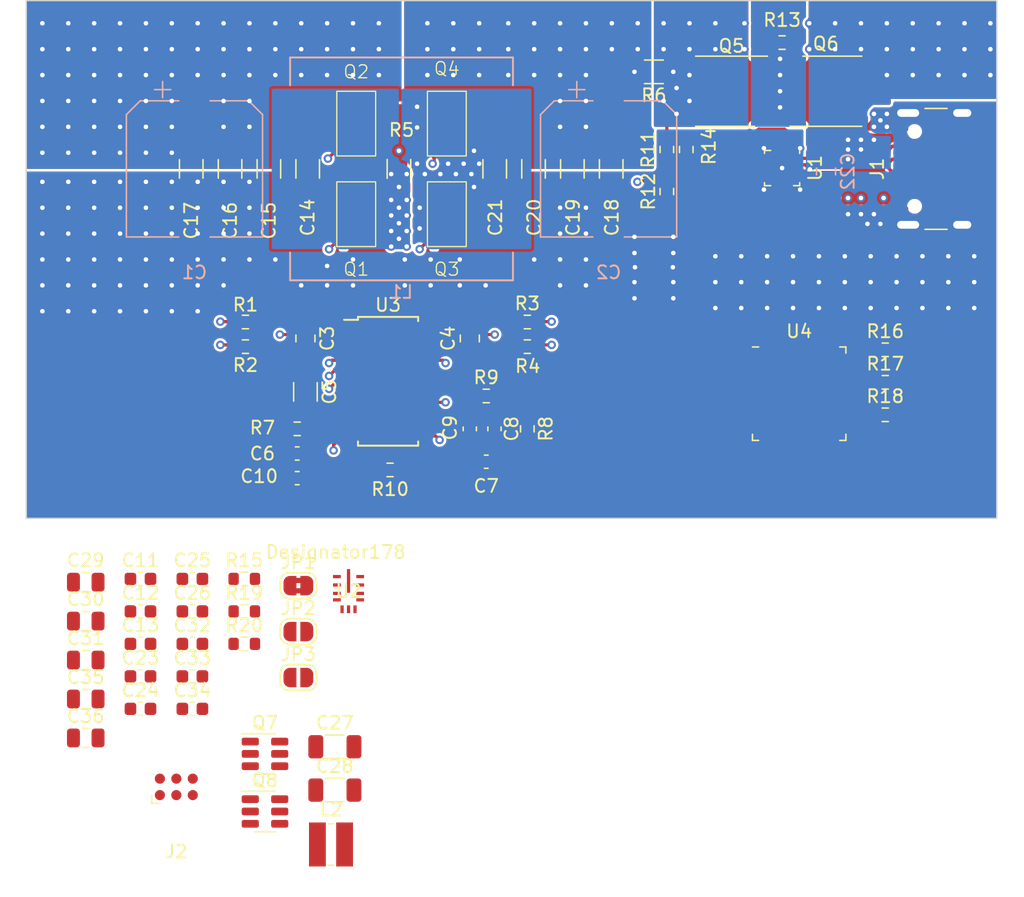
<source format=kicad_pcb>
(kicad_pcb (version 20221018) (generator pcbnew)
  (layers (0 "F.Cu" signal) (1 "In1.Cu" signal) (2 "In2.Cu" signal) (31 "B.Cu" signal) (34 "B.Paste" user) (35 "F.Paste" user) (36 "B.SilkS" user "B.Silkscreen") (37 "F.SilkS" user "F.Silkscreen") (38 "B.Mask" user) (39 "F.Mask" user) (44 "Edge.Cuts" user))
  (net 0 "")
  (net 1 "Net-(U3-BST1)")
  (net 2 "SW1")
  (net 3 "SW2")
  (net 4 "Net-(U3-BST2)")
  (net 5 "VDD")
  (net 6 "GND")
  (net 7 "/VREF")
  (net 8 "/SS")
  (net 9 "Net-(C8-Pad1)")
  (net 10 "/VC")
  (net 11 "/VCTRLI")
  (net 12 "/~{RST}")
  (net 13 "+3V3")
  (net 14 "Net-(U2-VCC)")
  (net 17 "LS")
  (net 18 "/G1")
  (net 19 "VS")
  (net 20 "/G2")
  (net 21 "/G3")
  (net 22 "IS")
  (net 23 "/G4")
  (net 24 "VD")
  (net 25 "Net-(Q5-G)")
  (net 26 "Net-(U3-BG1)")
  (net 27 "Net-(U3-TG1)")
  (net 28 "Net-(U3-BG2)")
  (net 29 "Net-(U3-TG2)")
  (net 30 "/EN")
  (net 31 "/RT")
  (net 32 "/~{PGOOD}")
  (net 33 "/FB")
  (net 34 "/CC1")
  (net 35 "/USB_DP")
  (net 36 "/USB_DM")
  (net 37 "/CC2")
  (net 38 "Net-(R14-Pad2)")
  (net 39 "Net-(R17-Pad2)")
  (net 40 "Net-(JP1-A)")
  (net 41 "/INT_N")
  (net 42 "/SCL")
  (net 43 "/SDA")
  (net 44 "Net-(U2-BST)")
  (net 50 "Net-(U2-SW)")
  (net 51 "/VIN_SENSE")
  (net 52 "/VOUT_SENSE")
  (net 53 "/VCTRLV")
  (net 54 "/VADJ_AMP")
  (net 55 "Net-(U2-FB)")
  (net 56 "/VADJ")
  (net 58 "/SWDIO")
  (net 59 "/ISAMP")
  (net 60 "/SWCLK")
  (net 63 "/~{RUN}")
  (net 73 "/OUTDIS")
  (net 74 "/LOADEN")
  (net 80 "Net-(JP3-B)")
  (net 82 "/ISMON")
  (net 83 "/SYNC")
  (net 85 "/COM_S")
  (net 86 "/VBUS")
  (net 87 "Net-(JP2-B)")
  (footprint "Capacitor_SMD:C_0603_1608Metric" (layer "F.Cu") (at 24.84 61.7)
    (fp_text reference "C32")
    (fp_text value "1u")
  )
  (footprint "Package_SO:TSSOP-28-1EP_4.4x9.7mm_P0.65mm" (layer "F.Cu") (at 39.96 41.41125)
    (fp_text reference "U3")
    (fp_text value "LT8390xFE")
  )
  (footprint "Capacitor_SMD:C_0805_2012Metric" (layer "F.Cu") (at 46.275 38.1 90)
    (fp_text reference "C4")
    (fp_text value "C")
  )
  (footprint "Resistor_SMD:R_0603_1608Metric" (layer "F.Cu") (at 28.85 61.7)
    (fp_text reference "R20")
    (fp_text value "43.2k")
  )
  (footprint "Jumper:SolderJumper-2_P1.3mm_Open_RoundedPad1.0x1.5mm" (layer "F.Cu") (at 33.03 60.75)
    (fp_text reference "JP2")
    (fp_text value "SolderJumper_2_Open")
  )
  (footprint "Resistor_SMD:R_0603_1608Metric" (layer "F.Cu") (at 28.94 36.83 180)
    (fp_text reference "R1")
    (fp_text value "R")
  )
  (footprint "Library:RNX0012B" (layer "F.Cu") (at 36.905 57.626002)
    (fp_text reference "U2")
    (fp_text value "LMR36006BRNXT")
  )
  (footprint "Resistor_SMD:R_0603_1608Metric" (layer "F.Cu") (at 61.5 23.5 90)
    (fp_text reference "R11")
    (fp_text value "Rdiv1")
  )
  (footprint "Capacitor_SMD:C_1206_3216Metric" (layer "F.Cu") (at 57.2 25 -90)
    (fp_text reference "C18")
    (fp_text value "Cout")
  )
  (footprint "Package_DFN_QFN:WQFN-14-1EP_2.5x2.5mm_P0.5mm_EP1.45x1.45mm" (layer "F.Cu") (at 70.405 24.935 -90)
    (fp_text reference "U1")
    (fp_text value "FUSB302B01MPX")
  )
  (footprint "Capacitor_SMD:C_1206_3216Metric" (layer "F.Cu") (at 48.2 25 -90)
    (fp_text reference "C21")
    (fp_text value "Cout")
  )
  (footprint "Resistor_SMD:R_0603_1608Metric" (layer "F.Cu") (at 50.72 36.83)
    (fp_text reference "R3")
    (fp_text value "R")
  )
  (footprint "Capacitor_SMD:C_1206_3216Metric" (layer "F.Cu") (at 33.75 25 -90)
    (fp_text reference "C14")
    (fp_text value "Cin")
  )
  (footprint "Capacitor_SMD:C_1206_3216Metric" (layer "F.Cu") (at 27.75 25 -90)
    (fp_text reference "C16")
    (fp_text value "Cin")
  )
  (footprint "Library:ECP2302" (layer "F.Cu") (at 37.5 28.5 90)
    (fp_text reference "Q1")
    (fp_text value "NMOS")
  )
  (footprint "Resistor_SMD:R_0603_1608Metric" (layer "F.Cu") (at 70.405 15.24 180)
    (fp_text reference "R13")
    (fp_text value "51k")
  )
  (footprint "Capacitor_SMD:C_0603_1608Metric" (layer "F.Cu") (at 32.94 46.99 180)
    (fp_text reference "C6")
    (fp_text value "0.47u")
  )
  (footprint "Resistor_SMD:R_1206_3216Metric" (layer "F.Cu") (at 40.8 25 -90)
    (fp_text reference "R5")
    (fp_text value "5m")
  )
  (footprint "Resistor_SMD:R_0603_1608Metric" (layer "F.Cu") (at 28.94 38.735 180)
    (fp_text reference "R2")
    (fp_text value "R")
  )
  (footprint "Resistor_SMD:R_0603_1608Metric" (layer "F.Cu") (at 63 23.5 90)
    (fp_text reference "R14")
    (fp_text value "R")
  )
  (footprint "Resistor_SMD:R_0603_1608Metric" (layer "F.Cu") (at 28.85 59.19)
    (fp_text reference "R19")
    (fp_text value "100k")
  )
  (footprint "Package_DFN_QFN:QFN-48-1EP_7x7mm_P0.5mm_EP5.6x5.6mm" (layer "F.Cu") (at 71.725 42.37)
    (fp_text reference "U4")
    (fp_text value "STM32G431C6Ux")
  )
  (footprint "Capacitor_SMD:C_0603_1608Metric" (layer "F.Cu") (at 47.545 47.625)
    (fp_text reference "C7")
    (fp_text value "0.1u")
  )
  (footprint "Connector_USB:USB_C_Receptacle_GCT_USB4105-xx-A_16P_TopMnt_Horizontal" (layer "F.Cu") (at 83.25 25 90)
    (fp_text reference "J1")
    (fp_text value "USB_C_Receptacle_USB2.0")
  )
  (footprint "Capacitor_SMD:C_1206_3216Metric" (layer "F.Cu") (at 51.2 25 -90)
    (fp_text reference "C20")
    (fp_text value "Cout")
  )
  (footprint "Capacitor_SMD:C_0603_1608Metric" (layer "F.Cu") (at 48.18 45.085 -90)
    (fp_text reference "C8")
    (fp_text value "4.7n")
  )
  (footprint "Capacitor_SMD:C_0603_1608Metric" (layer "F.Cu") (at 24.84 59.19)
    (fp_text reference "C26")
    (fp_text value "100n")
  )
  (footprint "Capacitor_SMD:C_0603_1608Metric" (layer "F.Cu") (at 24.84 66.72)
    (fp_text reference "C34")
    (fp_text value "FF")
  )
  (footprint "Resistor_SMD:R_0603_1608Metric" (layer "F.Cu") (at 78.375 41.49)
    (fp_text reference "R17")
    (fp_text value "R")
  )
  (footprint "Capacitor_SMD:C_0603_1608Metric" (layer "F.Cu") (at 20.83 59.19)
    (fp_text reference "C12")
    (fp_text value "0.1u")
  )
  (footprint "Resistor_SMD:R_0603_1608Metric" (layer "F.Cu") (at 28.85 56.68)
    (fp_text reference "R15")
    (fp_text value "R")
  )
  (footprint "Package_TO_SOT_SMD:SOT-23-6" (layer "F.Cu") (at 30.45 74.65)
    (fp_text reference "Q8")
    (fp_text value "Q_Dual_NMOS_S1G1D2S2G2D1")
  )
  (footprint "Capacitor_SMD:C_0603_1608Metric" (layer "F.Cu") (at 20.83 61.7)
    (fp_text reference "C13")
    (fp_text value "0.1u")
  )
  (footprint "Library:ECP2302" (layer "F.Cu") (at 37.5 21.5 90)
    (fp_text reference "Q2")
    (fp_text value "NMOS")
  )
  (footprint "Resistor_SMD:R_0603_1608Metric" (layer "F.Cu") (at 78.375 38.98)
    (fp_text reference "R16")
    (fp_text value "R")
  )
  (footprint "Resistor_SMD:R_0603_1608Metric" (layer "F.Cu") (at 50.72 38.735)
    (fp_text reference "R4")
    (fp_text value "R")
  )
  (footprint "Capacitor_SMD:C_1206_3216Metric" (layer "F.Cu") (at 54.2 25 -90)
    (fp_text reference "C19")
    (fp_text value "Cout")
  )
  (footprint "Library:ECP2302" (layer "F.Cu") (at 44.5 28.5 90)
    (fp_text reference "Q3")
    (fp_text value "NMOS")
  )
  (footprint "Capacitor_SMD:C_0805_2012Metric" (layer "F.Cu") (at 16.6 65.96)
    (fp_text reference "C35")
    (fp_text value "0.47u")
  )
  (footprint "Capacitor_SMD:C_0603_1608Metric" (layer "F.Cu") (at 20.83 56.68)
    (fp_text reference "C11")
    (fp_text value "100n")
  )
  (footprint "Capacitor_SMD:C_0603_1608Metric" (layer "F.Cu") (at 32.94 48.895 180)
    (fp_text reference "C10")
    (fp_text value "4.7u")
  )
  (footprint "Resistor_SMD:R_0603_1608Metric" (layer "F.Cu") (at 61.5 26.75 90)
    (fp_text reference "R12")
    (fp_text value "Rdiv2")
  )
  (footprint "Resistor_SMD:R_0603_1608Metric" (layer "F.Cu") (at 32.94 45.085)
    (fp_text reference "R7")
    (fp_text value "Rup")
  )
  (footprint "Capacitor_SMD:C_1206_3216Metric" (layer "F.Cu") (at 33.575 42.23 -90)
    (fp_text reference "C5")
    (fp_text value "10u")
  )
  (footprint "Capacitor_SMD:C_0603_1608Metric" (layer "F.Cu") (at 24.84 56.68)
    (fp_text reference "C25")
    (fp_text value "0.47u")
  )
  (footprint "Capacitor_SMD:C_0805_2012Metric" (layer "F.Cu") (at 16.6 59.94)
    (fp_text reference "C30")
    (fp_text value "0.47u")
  )
  (footprint "Capacitor_SMD:C_1206_3216Metric" (layer "F.Cu") (at 35.85 69.65)
    (fp_text reference "C27")
    (fp_text value "Cout")
  )
  (footprint "Capacitor_SMD:C_0805_2012Metric" (layer "F.Cu") (at 33.575 38.1 -90)
    (fp_text reference "C3")
    (fp_text value "C")
  )
  (footprint "Resistor_SMD:R_0603_1608Metric" (layer "F.Cu") (at 40.115 48.26)
    (fp_text reference "R10")
    (fp_text value "Rup")
  )
  (footprint "Connector:Tag-Connect_TC2030-IDC-FP_2x03_P1.27mm_Vertical" (layer "F.Cu") (at 23.6 72.75)
    (fp_text reference "J2")
    (fp_text value "Conn_ARM_SWD_TagConnect_TC2030")
  )
  (footprint "Capacitor_SMD:C_0603_1608Metric" (layer "F.Cu") (at 46.275 45.085 -90)
    (fp_text reference "C9")
    (fp_text value "100p")
  )
  (footprint "Capacitor_SMD:C_0603_1608Metric" (layer "F.Cu") (at 24.84 64.21)
    (fp_text reference "C33")
    (fp_text value "100n")
  )
  (footprint "Capacitor_SMD:C_0805_2012Metric" (layer "F.Cu") (at 16.6 68.97)
    (fp_text reference "C36")
    (fp_text value "0.47u")
  )
  (footprint "Package_DFN_QFN:AO_DFN-8-1EP_5.55x5.2mm_P1.27mm_EP4.12x4.6mm" (layer "F.Cu") (at 73.785 19)
    (fp_text reference "Q6")
    (fp_text value "NTMFS002P03")
  )
  (footprint "Capacitor_SMD:C_0603_1608Metric" (layer "F.Cu") (at 20.83 66.72)
    (fp_text reference "C24")
    (fp_text value "0.1u")
  )
  (footprint "Capacitor_SMD:C_1206_3216Metric" (layer "F.Cu") (at 35.85 73)
    (fp_text reference "C28")
    (fp_text value "Cout")
  )
  (footprint "Library:ECP2302" (layer "F.Cu") (at 44.5 21.5 90)
    (fp_text reference "Q4")
    (fp_text value "NMOS")
  )
  (footprint "Package_DFN_QFN:AO_DFN-8-1EP_5.55x5.2mm_P1.27mm_EP4.12x4.6mm" (layer "F.Cu") (at 66.5 19 180)
    (fp_text reference "Q5")
    (fp_text value "NTMFS002P03")
  )
  (footprint "Inductor_SMD:L_Wuerth_MAPI-3015" (layer "F.Cu") (at 35.55 77.2)
    (fp_text reference "L2")
    (fp_text value "33u")
  )
  (footprint "Capacitor_SMD:C_0805_2012Metric" (layer "F.Cu") (at 16.6 62.95)
    (fp_text reference "C31")
    (fp_text value "0.47u")
  )
  (footprint "Package_TO_SOT_SMD:SOT-23-6" (layer "F.Cu") (at 30.45 70.2)
    (fp_text reference "Q7")
    (fp_text value "Q_Dual_NMOS_S1G1D2S2G2D1")
  )
  (footprint "Capacitor_SMD:C_0805_2012Metric" (layer "F.Cu") (at 16.6 56.93)
    (fp_text reference "C29")
    (fp_text value "0.47u")
  )
  (footprint "Resistor_SMD:R_0603_1608Metric" (layer "F.Cu") (at 78.375 44)
    (fp_text reference "R18")
    (fp_text value "R")
  )
  (footprint "Jumper:SolderJumper-2_P1.3mm_Bridged2Bar_RoundedPad1.0x1.5mm" (layer "F.Cu") (at 33.03 57.2)
    (fp_text reference "JP1")
    (fp_text value "SolderJumper_2_Bridged")
  )
  (footprint "Capacitor_SMD:C_1206_3216Metric" (layer "F.Cu") (at 24.75 25 -90)
    (fp_text reference "C17")
    (fp_text value "Cin")
  )
  (footprint "Resistor_SMD:R_0603_1608Metric" (layer "F.Cu") (at 50.72 45.085 -90)
    (fp_text reference "R8")
    (fp_text value "51k")
  )
  (footprint "Resistor_SMD:R_0603_1608Metric" (layer "F.Cu") (at 47.545 42.545)
    (fp_text reference "R9")
    (fp_text value "27k")
  )
  (footprint "Jumper:SolderJumper-2_P1.3mm_Open_RoundedPad1.0x1.5mm" (layer "F.Cu") (at 33.03 64.3)
    (fp_text reference "JP3")
    (fp_text value "SolderJumper_2_Open")
  )
  (footprint "Capacitor_SMD:C_0603_1608Metric" (layer "F.Cu") (at 20.83 64.21)
    (fp_text reference "C23")
    (fp_text value "0.1u")
  )
  (footprint "Capacitor_SMD:C_1206_3216Metric" (layer "F.Cu") (at 30.75 25 -90)
    (fp_text reference "C15")
    (fp_text value "Cin")
  )
  (footprint "Resistor_SMD:R_1206_3216Metric" (layer "F.Cu") (at 60.5 17.5 180)
    (fp_text reference "R6")
    (fp_text value "20m")
  )
  (footprint "Capacitor_SMD:CP_Elec_10x7.9" (layer "B.Cu") (at 57 25 -90)
    (fp_text reference "C2")
    (fp_text value "Cout")
  )
  (footprint "Capacitor_SMD:CP_Elec_10x7.9" (layer "B.Cu") (at 25 25 -90)
    (fp_text reference "C1")
    (fp_text value "Cin")
  )
  (footprint "Capacitor_SMD:C_0805_2012Metric" (layer "B.Cu") (at 73.8 25.2 90)
    (fp_text reference "C22")
    (fp_text value "0.47u")
  )
  (footprint "Inductor_SMD:L_Vishay_IHLP-6767" (layer "B.Cu") (at 41 25)
    (fp_text reference "L1")
    (fp_text value "4.7u")
  )
  (gr_line (start 12 52) (end 87 52) (stroke (width 0.1)) (layer "Edge.Cuts"))
  (gr_line (start 87 12) (end 12 12) (stroke (width 0.1)) (layer "Edge.Cuts"))
  (gr_line (start 12 12) (end 12 52) (stroke (width 0.1)) (layer "Edge.Cuts"))
  (gr_line (start 87 52) (end 87 12) (stroke (width 0.1)) (layer "Edge.Cuts"))
  (segment (start 33.575 37.15) (end 34.26125 37.83625) (width 0.25) (layer "F.Cu") (net 1))
  (segment (start 34.26125 37.83625) (end 37.11 37.83625) (width 0.25) (layer "F.Cu") (net 1))
  (segment (start 34.13875 38.48625) (end 37.11 38.48625) (width 0.25) (layer "F.Cu") (net 2))
  (segment (start 35.61375 39.78625) (end 37.11 39.78625) (width 0.25) (layer "F.Cu") (net 2))
  (segment (start 33.575 39.05) (end 34.13875 38.48625) (width 0.25) (layer "F.Cu") (net 2))
  (segment (start 32.325 37.8) (end 33.575 39.05) (width 0.25) (layer "F.Cu") (net 2))
  (segment (start 31.6 37.8) (end 32.325 37.8) (width 0.25) (layer "F.Cu") (net 2))
  (segment (start 35.4 40) (end 35.61375 39.78625) (width 0.25) (layer "F.Cu") (net 2))
  (via (at 31.6 37.8) (size 0.65) (drill 0.35) (layers "F.Cu" "B.Cu") (net 2))
  (via (at 35.4 40) (size 0.65) (drill 0.35) (layers "F.Cu" "B.Cu") (net 2))
  (via (at 40.8 23.6) (size 0.65) (drill 0.35) (layers "F.Cu" "B.Cu") (net 2))
  (segment (start 48.2 37.8) (end 47.525 37.8) (width 0.25) (layer "F.Cu") (net 3))
  (segment (start 46.275 39.05) (end 45.71125 38.48625) (width 0.25) (layer "F.Cu") (net 3))
  (segment (start 45.71125 38.48625) (end 42.81 38.48625) (width 0.25) (layer "F.Cu") (net 3))
  (segment (start 47.525 37.8) (end 46.275 39.05) (width 0.25) (layer "F.Cu") (net 3))
  (via (at 45.2 25.4) (size 0.65) (drill 0.35) (layers "F.Cu" "B.Cu") (net 3))
  (via (at 44.6 24.6) (size 0.65) (drill 0.35) (layers "F.Cu" "B.Cu") (net 3))
  (via (at 46.4 25.4) (size 0.65) (drill 0.35) (layers "F.Cu" "B.Cu") (net 3))
  (via (at 42.8 25.4) (size 0.65) (drill 0.35) (layers "F.Cu" "B.Cu") (net 3))
  (via (at 44 25.4) (size 0.65) (drill 0.35) (layers "F.Cu" "B.Cu") (net 3))
  (via (at 42.4 28) (size 0.65) (drill 0.35) (layers "F.Cu" "B.Cu") (net 3))
  (via (at 48.2 37.8) (size 0.65) (drill 0.35) (layers "F.Cu" "B.Cu") (net 3))
  (via (at 45.8 24.6) (size 0.65) (drill 0.35) (layers "F.Cu" "B.Cu") (net 3))
  (via (at 46.6 23.6) (size 0.65) (drill 0.35) (layers "F.Cu" "B.Cu") (net 3))
  (via (at 42.2 24.6) (size 0.65) (drill 0.35) (layers "F.Cu" "B.Cu") (net 3))
  (via (at 42.2 21.8) (size 0.65) (drill 0.35) (layers "F.Cu" "B.Cu") (net 3))
  (via (at 42.4 29.6) (size 0.65) (drill 0.35) (layers "F.Cu" "B.Cu") (net 3))
  (via (at 47 24.6) (size 0.65) (drill 0.35) (layers "F.Cu" "B.Cu") (net 3))
  (via (at 46.6 26.4) (size 0.65) (drill 0.35) (layers "F.Cu" "B.Cu") (net 3))
  (via (at 42.2 20.2) (size 0.65) (drill 0.35) (layers "F.Cu" "B.Cu") (net 3))
  (segment (start 45.58875 37.83625) (end 42.81 37.83625) (width 0.25) (layer "F.Cu") (net 4))
  (segment (start 46.275 37.15) (end 45.58875 37.83625) (width 0.25) (layer "F.Cu") (net 4))
  (segment (start 36.05 41.95) (end 36.05 42.269239) (width 0.25) (layer "F.Cu") (net 5))
  (segment (start 34.75 42.269239) (end 34.75 41.55) (width 0.25) (layer "F.Cu") (net 5))
  (segment (start 35.669239 42.65) (end 35.130761 42.65) (width 0.25) (layer "F.Cu") (net 5))
  (segment (start 36.26375 41.73625) (end 36.05 41.95) (width 0.25) (layer "F.Cu") (net 5))
  (segment (start 34.48 41.28) (end 33.575 41.28) (width 0.25) (layer "F.Cu") (net 5))
  (segment (start 35.130761 42.65) (end 34.75 42.269239) (width 0.25) (layer "F.Cu") (net 5))
  (segment (start 32.85 41.28) (end 33.575 41.28) (width 0.25) (layer "F.Cu") (net 5))
  (segment (start 32.115 42.015) (end 32.85 41.28) (width 0.25) (layer "F.Cu") (net 5))
  (segment (start 32.115 45.085) (end 32.115 42.015) (width 0.25) (layer "F.Cu") (net 5))
  (segment (start 36.05 42.269239) (end 35.669239 42.65) (width 0.25) (layer "F.Cu") (net 5))
  (segment (start 34.75 41.55) (end 34.48 41.28) (width 0.25) (layer "F.Cu") (net 5))
  (segment (start 37.11 41.73625) (end 36.26375 41.73625) (width 0.25) (layer "F.Cu") (net 5))
  (via (at 21.25 28) (size 0.65) (drill 0.35) (layers "F.Cu" "B.Cu") (net 6))
  (via (at 19.25 30) (size 0.65) (drill 0.35) (layers "F.Cu" "B.Cu") (net 6))
  (via (at 29.25 28) (size 0.65) (drill 0.35) (layers "F.Cu" "B.Cu") (net 6))
  (via (at 67.25 33.75) (size 0.65) (drill 0.35) (layers "F.Cu" "B.Cu") (net 6))
  (via (at 59 31.5) (size 0.65) (drill 0.35) (layers "F.Cu" "B.Cu") (net 6))
  (via (at 55.25 28) (size 0.65) (drill 0.35) (layers "F.Cu" "B.Cu") (net 6))
  (via (at 23.25 34) (size 0.65) (drill 0.35) (layers "F.Cu" "B.Cu") (net 6))
  (via (at 83.25 31.75) (size 0.65) (drill 0.35) (layers "F.Cu" "B.Cu") (net 6))
  (via (at 79.25 35.75) (size 0.65) (drill 0.35) (layers "F.Cu" "B.Cu") (net 6))
  (via (at 15.25 34) (size 0.65) (drill 0.35) (layers "F.Cu" "B.Cu") (net 6))
  (via (at 53.25 34) (size 0.65) (drill 0.35) (layers "F.Cu" "B.Cu") (net 6))
  (via (at 55.25 34) (size 0.65) (drill 0.35) (layers "F.Cu" "B.Cu") (net 6))
  (via (at 79.25 31.75) (size 0.65) (drill 0.35) (layers "F.Cu" "B.Cu") (net 6))
  (via (at 19.25 28) (size 0.65) (drill 0.35) (layers "F.Cu" "B.Cu") (net 6))
  (via (at 59 35) (size 0.65) (drill 0.35) (layers "F.Cu" "B.Cu") (net 6))
  (via (at 17.25 36) (size 0.65) (drill 0.35) (layers "F.Cu" "B.Cu") (net 6))
  (via (at 13.25 36) (size 0.65) (drill 0.35) (layers "F.Cu" "B.Cu") (net 6))
  (via (at 17.25 28) (size 0.65) (drill 0.35) (layers "F.Cu" "B.Cu") (net 6))
  (via (at 53.25 30) (size 0.65) (drill 0.35) (layers "F.Cu" "B.Cu") (net 6))
  (via (at 27.25 30) (size 0.65) (drill 0.35) (layers "F.Cu" "B.Cu") (net 6))
  (via (at 43.25 32) (size 0.65) (drill 0.35) (layers "F.Cu" "B.Cu") (net 6))
  (via (at 23.25 32) (size 0.65) (drill 0.35) (layers "F.Cu" "B.Cu") (net 6))
  (via (at 15.25 30) (size 0.65) (drill 0.35) (layers "F.Cu" "B.Cu") (net 6))
  (via (at 69 26.6) (size 0.65) (drill 0.35) (layers "F.Cu" "B.Cu") (net 6))
  (via (at 55.25 32) (size 0.65) (drill 0.35) (layers "F.Cu" "B.Cu") (net 6))
  (via (at 73.25 31.75) (size 0.65) (drill 0.35) (layers "F.Cu" "B.Cu") (net 6))
  (via (at 73.25 35.75) (size 0.65) (drill 0.35) (layers "F.Cu" "B.Cu") (net 6))
  (via (at 37.25 34) (size 0.65) (drill 0.35) (layers "F.Cu" "B.Cu") (net 6))
  (via (at 27.25 26) (size 0.65) (drill 0.35) (layers "F.Cu" "B.Cu") (net 6))
  (via (at 23.25 28) (size 0.65) (drill 0.35) (layers "F.Cu" "B.Cu") (net 6))
  (via (at 77.5 21.75) (size 0.65) (drill 0.35) (layers "F.Cu" "B.Cu") (net 6))
  (via (at 13.25 30) (size 0.65) (drill 0.35) (layers "F.Cu" "B.Cu") (net 6))
  (via (at 29.25 30) (size 0.65) (drill 0.35) (layers "F.Cu" "B.Cu") (net 6))
  (via (at 27.25 34) (size 0.65) (drill 0.35) (layers "F.Cu" "B.Cu") (net 6))
  (via (at 85.25 33.75) (size 0.65) (drill 0.35) (layers "F.Cu" "B.Cu") (net 6))
  (via (at 81.25 35.75) (size 0.65) (drill 0.35) (layers "F.Cu" "B.Cu") (net 6))
  (via (at 19.25 32) (size 0.65) (drill 0.35) (layers "F.Cu" "B.Cu") (net 6))
  (via (at 43.25 34) (size 0.65) (drill 0.35) (layers "F.Cu" "B.Cu") (net 6))
  (via (at 15.25 28) (size 0.65) (drill 0.35) (layers "F.Cu" "B.Cu") (net 6))
  (via (at 85.25 35.75) (size 0.65) (drill 0.35) (layers "F.Cu" "B.Cu") (net 6))
  (via (at 31.25 32) (size 0.65) (drill 0.35) (layers "F.Cu" "B.Cu") (net 6))
  (via (at 59 30.25) (size 0.65) (drill 0.35) (layers "F.Cu" "B.Cu") (net 6))
  (via (at 71.25 31.75) (size 0.65) (drill 0.35) (layers "F.Cu" "B.Cu") (net 6))
  (via (at 25.25 34) (size 0.65) (drill 0.35) (layers "F.Cu" "B.Cu") (net 6))
  (via (at 62 31.5) (size 0.65) (drill 0.35) (layers "F.Cu" "B.Cu") (net 6))
  (via (at 21.25 34) (size 0.65) (drill 0.35) (layers "F.Cu" "B.Cu") (net 6))
  (via (at 65.25 35.75) (size 0.65) (drill 0.35) (layers "F.Cu" "B.Cu") (net 6))
  (via (at 21.25 32) (size 0.65) (drill 0.35) (layers "F.Cu" "B.Cu") (net 6))
  (via (at 77.25 33.75) (size 0.65) (drill 0.35) (layers "F.Cu" "B.Cu") (net 6))
  (via (at 55.25 30) (size 0.65) (drill 0.35) (layers "F.Cu" "B.Cu") (net 6))
  (via (at 27.25 28) (size 0.65) (drill 0.35) (layers "F.Cu" "B.Cu") (net 6))
  (via (at 77 29.25) (size 0.65) (drill 0.35) (layers "F.Cu" "B.Cu") (net 6))
  (via (at 25.25 32) (size 0.65) (drill 0.35) (layers "F.Cu" "B.Cu") (net 6))
  (via (at 47.5 34) (size 0.65) (drill 0.35) (layers "F.Cu" "B.Cu") (net 6))
  (via (at 23.25 36) (size 0.65) (drill 0.35) (layers "F.Cu" "B.Cu") (net 6))
  (via (at 77.25 35.75) (size 0.65) (drill 0.35) (layers "F.Cu" "B.Cu") (net 6))
  (via (at 75.5 28.5) (size 0.65) (drill 0.35) (layers "F.Cu" "B.Cu") (net 6))
  (via (at 33.25 34) (size 0.65) (drill 0.35) (layers "F.Cu" "B.Cu") (net 6))
  (via (at 85.25 31.75) (size 0.65) (drill 0.35) (layers "F.Cu" "B.Cu") (net 6))
  (via (at 19.25 36) (size 0.65) (drill 0.35) (layers "F.Cu" "B.Cu") (net 6))
  (via (at 71.8 23.4) (size 0.65) (drill 0.35) (layers "F.Cu" "B.Cu") (net 6))
  (via (at 35.25 32.5) (size 0.65) (drill 0.35) (layers "F.Cu" "B.Cu") (net 6))
  (via (at 53.25 32) (size 0.65) (drill 0.35) (layers "F.Cu" "B.Cu") (net 6))
  (via (at 23.25 26) (size 0.65) (drill 0.35) (layers "F.Cu" "B.Cu") (net 6))
  (via (at 83.25 35.75) (size 0.65) (drill 0.35) (layers "F.Cu" "B.Cu") (net 6))
  (via (at 19.25 34) (size 0.65) (drill 0.35) (layers "F.Cu" "B.Cu") (net 6))
  (via (at 37.25 32) (size 0.65) (drill 0.35) (layers "F.Cu" "B.Cu") (net 6))
  (via (at 78.5 21.75) (size 0.65) (drill 0.35) (layers "F.Cu" "B.Cu") (net 6))
  (via (at 25.25 26) (size 0.65) (drill 0.35) (layers "F.Cu" "B.Cu") (net 6))
  (via (at 77.25 31.75) (size 0.65) (drill 0.35) (layers "F.Cu" "B.Cu") (net 6))
  (via (at 21.25 26) (size 0.65) (drill 0.35) (layers "F.Cu" "B.Cu") (net 6))
  (via (at 62 33.75) (size 0.65) (drill 0.35) (layers "F.Cu" "B.Cu") (net 6))
  (via (at 71.25 35.75) (size 0.65) (drill 0.35) (layers "F.Cu" "B.Cu") (net 6))
  (via (at 77.5 20.75) (size 0.65) (drill 0.35) (layers "F.Cu" "B.Cu") (net 6))
  (via (at 27.25 32) (size 0.65) (drill 0.35) (layers "F.Cu" "B.Cu") (net 6))
  (via (at 17.25 26) (size 0.65) (drill 0.35) (layers "F.Cu" "B.Cu") (net 6))
  (via (at 17.25 32) (size 0.65) (drill 0.35) (layers "F.Cu" "B.Cu") (net 6))
  (via (at 13.25 28) (size 0.65) (drill 0.35) (layers "F.Cu" "B.Cu") (net 6))
  (via (at 81.25 31.75) (size 0.65) (drill 0.35) (layers "F.Cu" "B.Cu") (net 6))
  (via (at 51.25 32) (size 0.65) (drill 0.35) (layers "F.Cu" "B.Cu") (net 6))
  (via (at 83.25 33.75) (size 0.65) (drill 0.35) (layers "F.Cu" "B.Cu") (net 6))
  (via (at 23.25 30) (size 0.65) (drill 0.35) (layers "F.Cu" "B.Cu") (net 6))
  (via (at 15.25 32) (size 0.65) (drill 0.35) (layers "F.Cu" "B.Cu") (net 6))
  (via (at 75.25 33.75) (size 0.65) (drill 0.35) (layers "F.Cu" "B.Cu") (net 6))
  (via (at 69.25 31.75) (size 0.65) (drill 0.35) (layers "F.Cu" "B.Cu") (net 6))
  (via (at 62 35) (size 0.65) (drill 0.35) (layers "F.Cu" "B.Cu") (net 6))
  (via (at 67.25 35.75) (size 0.65) (drill 0.35) (layers "F.Cu" "B.Cu") (net 6))
  (via (at 15.25 36) (size 0.65) (drill 0.35) (layers "F.Cu" "B.Cu") (net 6))
  (via (at 29.25 32) (size 0.65) (drill 0.35) (layers "F.Cu" "B.Cu") (net 6))
  (via (at 79.25 33.75) (size 0.65) (drill 0.35) (layers "F.Cu" "B.Cu") (net 6))
  (via (at 71.8 26.6) (size 0.65) (drill 0.35) (layers "F.Cu" "B.Cu") (net 6))
  (via (at 65.25 33.75) (size 0.65) (drill 0.35) (layers "F.Cu" "B.Cu") (net 6))
  (via (at 71.25 33.75) (size 0.65) (drill 0.35) (layers "F.Cu" "B.Cu") (net 6))
  (via (at 67.25 31.75) (size 0.65) (drill 0.35) (layers "F.Cu" "B.Cu") (net 6))
  (via (at 69.25 35.75) (size 0.65) (drill 0.35) (layers "F.Cu" "B.Cu") (net 6))
  (via (at 78 29.25) (size 0.65) (drill 0.35) (layers "F.Cu" "B.Cu") (net 6))
  (via (at 65.25 31.75) (size 0.65) (drill 0.35) (layers "F.Cu" "B.Cu") (net 6))
  (via (at 69.25 33.75) (size 0.65) (drill 0.35) (layers "F.Cu" "B.Cu") (net 6))
  (via (at 21.25 30) (size 0.65) (drill 0.35) (layers "F.Cu" "B.Cu") (net 6))
  (via (at 15.25 26) (size 0.65) (drill 0.35) (layers "F.Cu" "B.Cu") (net 6))
  (via (at 21.25 36) (size 0.65) (drill 0.35) (layers "F.Cu" "B.Cu") (net 6))
  (via (at 25.25 30) (size 0.65) (drill 0.35) (layers "F.Cu" "B.Cu") (net 6))
  (via (at 81.25 33.75) (size 0.65) (drill 0.35) (layers "F.Cu" "B.Cu") (net 6))
  (via (at 75.25 35.75) (size 0.65) (drill 0.35) (layers "F.Cu" "B.Cu") (net 6))
  (via (at 29.25 26) (size 0.65) (drill 0.35) (layers "F.Cu" "B.Cu") (net 6))
  (via (at 59.0375 32.6) (size 0.65) (drill 0.35) (layers "F.Cu" "B.Cu") (net 6))
  (via (at 73.25 33.75) (size 0.65) (drill 0.35) (layers "F.Cu" "B.Cu") (net 6))
  (via (at 53.25 28) (size 0.65) (drill 0.35) (layers "F.Cu" "B.Cu") (net 6))
  (via (at 35.25 34) (size 0.65) (drill 0.35) (layers "F.Cu" "B.Cu") (net 6))
  (via (at 41.25 34) (size 0.65) (drill 0.35) (layers "F.Cu" "B.Cu") (net 6))
  (via (at 13.25 32) (size 0.65) (drill 0.35) (layers "F.Cu" "B.Cu") (net 6))
  (via (at 77.5 28.5) (size 0.65) (drill 0.35) (layers "F.Cu" "B.Cu") (net 6))
  (via (at 13.25 34) (size 0.65) (drill 0.35) (layers "F.Cu" "B.Cu") (net 6))
  (via (at 45.5 34) (size 0.65) (drill 0.35) (layers "F.Cu" "B.Cu") (net 6))
  (via (at 75.25 31.75) (size 0.65) (drill 0.35) (layers "F.Cu" "B.Cu") (net 6))
  (via (at 17.25 34) (size 0.65) (drill 0.35) (layers "F.Cu" "B.Cu") (net 6))
  (via (at 78 21.25) (size 0.65) (drill 0.35) (layers "F.Cu" "B.Cu") (net 6))
  (via (at 45.5 32) (size 0.65) (drill 0.35) (layers "F.Cu" "B.Cu") (net 6))
  (via (at 78.5 20.75) (size 0.65) (drill 0.35) (layers "F.Cu" "B.Cu") (net 6))
  (via (at 61.9625 32.6) (size 0.65) (drill 0.35) (layers "F.Cu" "B.Cu") (net 6))
  (via (at 41.25 32) (size 0.65) (drill 0.35) (layers "F.Cu" "B.Cu") (net 6))
  (via (at 70.405 24.935) (size 0.65) (drill 0.35) (layers "F.Cu" "B.Cu") (net 6))
  (via (at 19.25 26) (size 0.65) (drill 0.35) (layers "F.Cu" "B.Cu") (net 6))
  (via (at 62 30.25) (size 0.65) (drill 0.35) (layers "F.Cu" "B.Cu") (net 6))
  (via (at 25.25 28) (size 0.65) (drill 0.35) (layers "F.Cu" "B.Cu") (net 6))
  (via (at 13.25 26) (size 0.65) (drill 0.35) (layers "F.Cu" "B.Cu") (net 6))
  (via (at 59 33.75) (size 0.65) (drill 0.35) (layers "F.Cu" "B.Cu") (net 6))
  (via (at 76.5 28.5) (size 0.65) (drill 0.35) (layers "F.Cu" "B.Cu") (net 6))
  (via (at 17.25 30) (size 0.65) (drill 0.35) (layers "F.Cu" "B.Cu") (net 6))
  (via (at 25.25 36) (size 0.65) (drill 0.35) (layers "F.Cu" "B.Cu") (net 6))
  (segment (start 33.715 46.99) (end 32.94 47.765) (width 0.25) (layer "F.Cu") (net 7))
  (segment (start 32.94 49.372818) (end 33.367182 49.8) (width 0.25) (layer "F.Cu") (net 7))
  (segment (start 37.11 43.68625) (end 36.31375 43.68625) (width 0.25) (layer "F.Cu") (net 7))
  (segment (start 36.31375 43.68625) (end 35.8 44.2) (width 0.25) (layer "F.Cu") (net 7))
  (segment (start 37.75 49.8) (end 39.29 48.26) (width 0.25) (layer "F.Cu") (net 7))
  (segment (start 35.8 44.905) (end 33.715 46.99) (width 0.25) (layer "F.Cu") (net 7))
  (segment (start 33.367182 49.8) (end 37.75 49.8) (width 0.25) (layer "F.Cu") (net 7))
  (segment (start 32.94 47.765) (end 32.94 49.372818) (width 0.25) (layer "F.Cu") (net 7))
  (segment (start 35.8 44.4) (end 35.8 44.905) (width 0.25) (layer "F.Cu") (net 7))
  (segment (start 35.86375 44.33625) (end 35.8 44.4) (width 0.25) (layer "F.Cu") (net 7))
  (segment (start 37.11 44.33625) (end 35.86375 44.33625) (width 0.25) (layer "F.Cu") (net 7))
  (segment (start 35.8 44.2) (end 35.8 44.4) (width 0.25) (layer "F.Cu") (net 7))
  (segment (start 45.2 46.055) (end 46.77 47.625) (width 0.25) (layer "F.Cu") (net 8))
  (segment (start 42.81 43.68625) (end 44.48625 43.68625) (width 0.25) (layer "F.Cu") (net 8))
  (segment (start 45.2 44.4) (end 45.2 46.055) (width 0.25) (layer "F.Cu") (net 8))
  (segment (start 44.48625 43.68625) (end 45.2 44.4) (width 0.25) (layer "F.Cu") (net 8))
  (segment (start 48.37 44.12) (end 48.18 44.31) (width 0.25) (layer "F.Cu") (net 9))
  (segment (start 48.37 42.545) (end 48.37 44.12) (width 0.25) (layer "F.Cu") (net 9))
  (segment (start 46.72 43.865) (end 46.275 44.31) (width 0.25) (layer "F.Cu") (net 10))
  (segment (start 42.81 42.38625) (end 46.56125 42.38625) (width 0.25) (layer "F.Cu") (net 10))
  (segment (start 46.56125 42.38625) (end 46.72 42.545) (width 0.25) (layer "F.Cu") (net 10))
  (segment (start 46.72 42.545) (end 46.72 43.865) (width 0.25) (layer "F.Cu") (net 10))
  (segment (start 34.49 47.04663) (end 34.49 48.12) (width 0.25) (layer "F.Cu") (net 11))
  (segment (start 37.11 44.98625) (end 36.55038 44.98625) (width 0.25) (layer "F.Cu") (net 11))
  (segment (start 36.55038 44.98625) (end 34.49 47.04663) (width 0.25) (layer "F.Cu") (net 11))
  (segment (start 34.49 48.12) (end 33.715 48.895) (width 0.25) (layer "F.Cu") (net 11))
  (segment (start 69.2725 23.6725) (end 69 23.4) (width 0.25) (layer "F.Cu") (net 13))
  (segment (start 71.6675 25.185) (end 72.402317 25.185) (width 0.25) (layer "F.Cu") (net 13))
  (segment (start 69.1425 23.5425) (end 69 23.4) (width 0.25) (layer "F.Cu") (net 13))
  (segment (start 69.1425 24.185) (end 69.1425 23.5425) (width 0.25) (layer "F.Cu") (net 13))
  (segment (start 69.905 23.6725) (end 69.2725 23.6725) (width 0.25) (layer "F.Cu") (net 13))
  (segment (start 71.6675 24.685) (end 72.200471 24.685) (width 0.25) (layer "F.Cu") (net 13))
  (segment (start 72.402317 25.185) (end 72.551394 25.035923) (width 0.25) (layer "F.Cu") (net 13))
  (segment (start 72.200471 24.685) (end 72.551394 25.035923) (width 0.25) (layer "F.Cu") (net 13))
  (via (at 72.551394 25.035923) (size 0.65) (drill 0.35) (layers "F.Cu" "B.Cu") (net 13))
  (via (at 69 23.4) (size 0.65) (drill 0.35) (layers "F.Cu" "B.Cu") (net 13))
  (segment (start 35.4 41) (end 35.96375 40.43625) (width 0.25) (layer "F.Cu") (net 17))
  (segment (start 35.96375 40.43625) (end 37.11 40.43625) (width 0.25) (layer "F.Cu") (net 17))
  (via (at 41.4 25.4) (size 0.65) (drill 0.35) (layers "F.Cu" "B.Cu") (net 17))
  (via (at 40.2 28.6) (size 0.65) (drill 0.35) (layers "F.Cu" "B.Cu") (net 17))
  (via (at 41.4 31) (size 0.65) (drill 0.35) (layers "F.Cu" "B.Cu") (net 17))
  (via (at 40.8 26.4) (size 0.65) (drill 0.35) (layers "F.Cu" "B.Cu") (net 17))
  (via (at 40.2 27.4) (size 0.65) (drill 0.35) (layers "F.Cu" "B.Cu") (net 17))
  (via (at 40.8 30.4) (size 0.65) (drill 0.35) (layers "F.Cu" "B.Cu") (net 17))
  (via (at 41.4 28.6) (size 0.65) (drill 0.35) (layers "F.Cu" "B.Cu") (net 17))
  (via (at 40.2 25.4) (size 0.65) (drill 0.35) (layers "F.Cu" "B.Cu") (net 17))
  (via (at 40.8 29.2) (size 0.65) (drill 0.35) (layers "F.Cu" "B.Cu") (net 17))
  (via (at 40.8 28) (size 0.65) (drill 0.35) (layers "F.Cu" "B.Cu") (net 17))
  (via (at 40.2 31) (size 0.65) (drill 0.35) (layers "F.Cu" "B.Cu") (net 17))
  (via (at 41.4 29.8) (size 0.65) (drill 0.35) (layers "F.Cu" "B.Cu") (net 17))
  (via (at 40.2 29.8) (size 0.65) (drill 0.35) (layers "F.Cu" "B.Cu") (net 17))
  (via (at 35.4 41) (size 0.65) (drill 0.35) (layers "F.Cu" "B.Cu") (net 17))
  (via (at 41.4 27.4) (size 0.65) (drill 0.35) (layers "F.Cu" "B.Cu") (net 17))
  (segment (start 28.085 36.8) (end 28.115 36.83) (width 0.25) (layer "F.Cu") (net 18))
  (segment (start 27 36.8) (end 28.085 36.8) (width 0.25) (layer "F.Cu") (net 18))
  (segment (start 36.293 30.675) (end 35.925 30.675) (width 0.25) (layer "F.Cu") (net 18))
  (segment (start 35.925 30.675) (end 35.4 31.2) (width 0.25) (layer "F.Cu") (net 18))
  (via (at 35.4 31.2) (size 0.65) (drill 0.35) (layers "F.Cu" "B.Cu") (net 18))
  (via (at 27 36.8) (size 0.65) (drill 0.35) (layers "F.Cu" "B.Cu") (net 18))
  (segment (start 36.31375 41.08625) (end 35.4 42) (width 0.25) (layer "F.Cu") (net 19))
  (segment (start 37.11 41.08625) (end 36.31375 41.08625) (width 0.25) (layer "F.Cu") (net 19))
  (via (at 31.25 17.75) (size 0.65) (drill 0.35) (layers "F.Cu" "B.Cu") (net 19))
  (via (at 13.25 21.75) (size 0.65) (drill 0.35) (layers "F.Cu" "B.Cu") (net 19))
  (via (at 15.25 15.75) (size 0.65) (drill 0.35) (layers "F.Cu" "B.Cu") (net 19))
  (via (at 35.25 17.75) (size 0.65) (drill 0.35) (layers "F.Cu" "B.Cu") (net 19))
  (via (at 21.25 19.75) (size 0.65) (drill 0.35) (layers "F.Cu" "B.Cu") (net 19))
  (via (at 13.25 23.75) (size 0.65) (drill 0.35) (layers "F.Cu" "B.Cu") (net 19))
  (via (at 17.25 17.75) (size 0.65) (drill 0.35) (layers "F.Cu" "B.Cu") (net 19))
  (via (at 37.25 13.75) (size 0.65) (drill 0.35) (layers "F.Cu" "B.Cu") (net 19))
  (via (at 15.25 21.75) (size 0.65) (drill 0.35) (layers "F.Cu" "B.Cu") (net 19))
  (via (at 31.25 13.75) (size 0.65) (drill 0.35) (layers "F.Cu" "B.Cu") (net 19))
  (via (at 21.25 15.75) (size 0.65) (drill 0.35) (layers "F.Cu" "B.Cu") (net 19))
  (via (at 15.25 19.75) (size 0.65) (drill 0.35) (layers "F.Cu" "B.Cu") (net 19))
  (via (at 19.25 13.75) (size 0.65) (drill 0.35) (layers "F.Cu" "B.Cu") (net 19))
  (via (at 27.25 21.75) (size 0.65) (drill 0.35) (layers "F.Cu" "B.Cu") (net 19))
  (via (at 21.25 23.75) (size 0.65) (drill 0.35) (layers "F.Cu" "B.Cu") (net 19))
  (via (at 31.25 15.75) (size 0.65) (drill 0.35) (layers "F.Cu" "B.Cu") (net 19))
  (via (at 33.25 15.75) (size 0.65) (drill 0.35) (layers "F.Cu" "B.Cu") (net 19))
  (via (at 35.25 13.75) (size 0.65) (drill 0.35) (layers "F.Cu" "B.Cu") (net 19))
  (via (at 19.25 23.75) (size 0.65) (drill 0.35) (layers "F.Cu" "B.Cu") (net 19))
  (via (at 35.25 15.75) (size 0.65) (drill 0.35) (layers "F.Cu" "B.Cu") (net 19))
  (via (at 13.25 15.75) (size 0.65) (drill 0.35) (layers "F.Cu" "B.Cu") (net 19))
  (via (at 33.25 13.75) (size 0.65) (drill 0.35) (layers "F.Cu" "B.Cu") (net 19))
  (via (at 19.25 21.75) (size 0.65) (drill 0.35) (layers "F.Cu" "B.Cu") (net 19))
  (via (at 23.25 23.75) (size 0.65) (drill 0.35) (layers "F.Cu" "B.Cu") (net 19))
  (via (at 37.25 17.75) (size 0.65) (drill 0.35) (layers "F.Cu" "B.Cu") (net 19))
  (via (at 25.25 17.75) (size 0.65) (drill 0.35) (layers "F.Cu" "B.Cu") (net 19))
  (via (at 17.25 19.75) (size 0.65) (drill 0.35) (layers "F.Cu" "B.Cu") (net 19))
  (via (at 33.25 17.75) (size 0.65) (drill 0.35) (layers "F.Cu" "B.Cu") (net 19))
  (via (at 37.25 15.75) (size 0.65) (drill 0.35) (layers "F.Cu" "B.Cu") (net 19))
  (via (at 29.25 17.75) (size 0.65) (drill 0.35) (layers "F.Cu" "B.Cu") (net 19))
  (via (at 29.25 13.75) (size 0.65) (drill 0.35) (layers "F.Cu" "B.Cu") (net 19))
  (via (at 39.25 15.75) (size 0.65) (drill 0.35) (layers "F.Cu" "B.Cu") (net 19))
  (via (at 21.25 13.75) (size 0.65) (drill 0.35) (layers "F.Cu" "B.Cu") (net 19))
  (via (at 15.25 13.75) (size 0.65) (drill 0.35) (layers "F.Cu" "B.Cu") (net 19))
  (via (at 17.25 23.75) (size 0.65) (drill 0.35) (layers "F.Cu" "B.Cu") (net 19))
  (via (at 13.25 17.75) (size 0.65) (drill 0.35) (layers "F.Cu" "B.Cu") (net 19))
  (via (at 25.25 15.75) (size 0.65) (drill 0.35) (layers "F.Cu" "B.Cu") (net 19))
  (via (at 19.25 17.75) (size 0.65) (drill 0.35) (layers "F.Cu" "B.Cu") (net 19))
  (via (at 39.25 17.75) (size 0.65) (drill 0.35) (layers "F.Cu" "B.Cu") (net 19))
  (via (at 27.25 17.75) (size 0.65) (drill 0.35) (layers "F.Cu" "B.Cu") (net 19))
  (via (at 29.25 21.75) (size 0.65) (drill 0.35) (layers "F.Cu" "B.Cu") (net 19))
  (via (at 27.25 13.75) (size 0.65) (drill 0.35) (layers "F.Cu" "B.Cu") (net 19))
  (via (at 17.25 21.75) (size 0.65) (drill 0.35) (layers "F.Cu" "B.Cu") (net 19))
  (via (at 27.25 19.75) (size 0.65) (drill 0.35) (layers "F.Cu" "B.Cu") (net 19))
  (via (at 23.25 21.75) (size 0.65) (drill 0.35) (layers "F.Cu" "B.Cu") (net 19))
  (via (at 21.25 21.75) (size 0.65) (drill 0.35) (layers "F.Cu" "B.Cu") (net 19))
  (via (at 29.25 19.75) (size 0.65) (drill 0.35) (layers "F.Cu" "B.Cu") (net 19))
  (via (at 25.25 13.75) (size 0.65) (drill 0.35) (layers "F.Cu" "B.Cu") (net 19))
  (via (at 17.25 15.75) (size 0.65) (drill 0.35) (layers "F.Cu" "B.Cu") (net 19))
  (via (at 17.25 13.75) (size 0.65) (drill 0.35) (layers "F.Cu" "B.Cu") (net 19))
  (via (at 15.25 17.75) (size 0.65) (drill 0.35) (layers "F.Cu" "B.Cu") (net 19))
  (via (at 27.25 15.75) (size 0.65) (drill 0.35) (layers "F.Cu" "B.Cu") (net 19))
  (via (at 29.25 15.75) (size 0.65) (drill 0.35) (layers "F.Cu" "B.Cu") (net 19))
  (via (at 19.25 19.75) (size 0.65) (drill 0.35) (layers "F.Cu" "B.Cu") (net 19))
  (via (at 15.25 23.75) (size 0.65) (drill 0.35) (layers "F.Cu" "B.Cu") (net 19))
  (via (at 23.25 17.75) (size 0.65) (drill 0.35) (layers "F.Cu" "B.Cu") (net 19))
  (via (at 23.25 13.75) (size 0.65) (drill 0.35) (layers "F.Cu" "B.Cu") (net 19))
  (via (at 23.25 19.75) (size 0.65) (drill 0.35) (layers "F.Cu" "B.Cu") (net 19))
  (via (at 23.25 15.75) (size 0.65) (drill 0.35) (layers "F.Cu" "B.Cu") (net 19))
  (via (at 13.25 19.75) (size 0.65) (drill 0.35) (layers "F.Cu" "B.Cu") (net 19))
  (via (at 19.25 15.75) (size 0.65) (drill 0.35) (layers "F.Cu" "B.Cu") (net 19))
  (via (at 13.25 13.75) (size 0.65) (drill 0.35) (layers "F.Cu" "B.Cu") (net 19))
  (via (at 35.4 42) (size 0.65) (drill 0.35) (layers "F.Cu" "B.Cu") (net 19))
  (via (at 39.25 13.75) (size 0.65) (drill 0.35) (layers "F.Cu" "B.Cu") (net 19))
  (via (at 21.25 17.75) (size 0.65) (drill 0.35) (layers "F.Cu" "B.Cu") (net 19))
  (segment (start 35.8395 23.675) (end 35.3145 24.2) (width 0.25) (layer "F.Cu") (net 20))
  (segment (start 36.293 23.675) (end 35.8395 23.675) (width 0.25) (layer "F.Cu") (net 20))
  (segment (start 27.98 38.6) (end 28.115 38.735) (width 0.25) (layer "F.Cu") (net 20))
  (segment (start 27 38.6) (end 27.98 38.6) (width 0.25) (layer "F.Cu") (net 20))
  (via (at 27 38.6) (size 0.65) (drill 0.35) (layers "F.Cu" "B.Cu") (net 20))
  (via (at 35.3145 24.2) (size 0.65) (drill 0.35) (layers "F.Cu" "B.Cu") (net 20))
  (segment (start 51.575 36.8) (end 51.545 36.83) (width 0.25) (layer "F.Cu") (net 21))
  (segment (start 42.925 30.675) (end 42.4 31.2) (width 0.25) (layer "F.Cu") (net 21))
  (segment (start 52.6 36.8) (end 51.575 36.8) (width 0.25) (layer "F.Cu") (net 21))
  (segment (start 43.293 30.675) (end 42.925 30.675) (width 0.25) (layer "F.Cu") (net 21))
  (via (at 52.6 36.8) (size 0.65) (drill 0.35) (layers "F.Cu" "B.Cu") (net 21))
  (via (at 42.4 31.2) (size 0.65) (drill 0.35) (layers "F.Cu" "B.Cu") (net 21))
  (segment (start 35.75 46.75) (end 35.75 46.319788) (width 0.25) (layer "F.Cu") (net 22))
  (segment (start 35.75 46.319788) (end 36.433538 45.63625) (width 0.25) (layer "F.Cu") (net 22))
  (segment (start 36.433538 45.63625) (end 37.11 45.63625) (width 0.25) (layer "F.Cu") (net 22))
  (via (at 45 15.75) (size 0.65) (drill 0.35) (layers "F.Cu" "B.Cu") (net 22))
  (via (at 59.25 13.75) (size 0.65) (drill 0.35) (layers "F.Cu" "B.Cu") (net 22))
  (via (at 55.25 15.75) (size 0.65) (drill 0.35) (layers "F.Cu" "B.Cu") (net 22))
  (via (at 55.25 19.75) (size 0.65) (drill 0.35) (layers "F.Cu" "B.Cu") (net 22))
  (via (at 55.25 21.75) (size 0.65) (drill 0.35) (layers "F.Cu" "B.Cu") (net 22))
  (via (at 49.25 17.75) (size 0.65) (drill 0.35) (layers "F.Cu" "B.Cu") (net 22))
  (via (at 43 17.75) (size 0.65) (drill 0.35) (layers "F.Cu" "B.Cu") (net 22))
  (via (at 51.25 15.75) (size 0.65) (drill 0.35) (layers "F.Cu" "B.Cu") (net 22))
  (via (at 57.25 15.75) (size 0.65) (drill 0.35) (layers "F.Cu" "B.Cu") (net 22))
  (via (at 57.25 13.75) (size 0.65) (drill 0.35) (layers "F.Cu" "B.Cu") (net 22))
  (via (at 43 15.75) (size 0.65) (drill 0.35) (layers "F.Cu" "B.Cu") (net 22))
  (via (at 55.25 17.75) (size 0.65) (drill 0.35) (layers "F.Cu" "B.Cu") (net 22))
  (via (at 59 17.5) (size 0.65) (drill 0.35) (layers "F.Cu" "B.Cu") (net 22))
  (via (at 51.25 13.75) (size 0.65) (drill 0.35) (layers "F.Cu" "B.Cu") (net 22))
  (via (at 35.75 46.75) (size 0.65) (drill 0.35) (layers "F.Cu" "B.Cu") (net 22))
  (via (at 43 13.75) (size 0.65) (drill 0.35) (layers "F.Cu" "B.Cu") (net 22))
  (via (at 45 13.75) (size 0.65) (drill 0.35) (layers "F.Cu" "B.Cu") (net 22))
  (via (at 45 17.75) (size 0.65) (drill 0.35) (layers "F.Cu" "B.Cu") (net 22))
  (via (at 47 13.75) (size 0.65) (drill 0.35) (layers "F.Cu" "B.Cu") (net 22))
  (via (at 53.25 15.75) (size 0.65) (drill 0.35) (layers "F.Cu" "B.Cu") (net 22))
  (via (at 49.25 13.75) (size 0.65) (drill 0.35) (layers "F.Cu" "B.Cu") (net 22))
  (via (at 53.25 21.75) (size 0.65) (drill 0.35) (layers "F.Cu" "B.Cu") (net 22))
  (via (at 59.25 15.75) (size 0.65) (drill 0.35) (layers "F.Cu" "B.Cu") (net 22))
  (via (at 51.25 17.75) (size 0.65) (drill 0.35) (layers "F.Cu" "B.Cu") (net 22))
  (via (at 53.25 17.75) (size 0.65) (drill 0.35) (layers "F.Cu" "B.Cu") (net 22))
  (via (at 53.25 19.75) (size 0.65) (drill 0.35) (layers "F.Cu" "B.Cu") (net 22))
  (via (at 47 15.75) (size 0.65) (drill 0.35) (layers "F.Cu" "B.Cu") (net 22))
  (via (at 47 17.75) (size 0.65) (drill 0.35) (layers "F.Cu" "B.Cu") (net 22))
  (via (at 53.25 13.75) (size 0.65) (drill 0.35) (layers "F.Cu" "B.Cu") (net 22))
  (via (at 49.25 15.75) (size 0.65) (drill 0.35) (layers "F.Cu" "B.Cu") (net 22))
  (via (at 55.25 13.75) (size 0.65) (drill 0.35) (layers "F.Cu" "B.Cu") (net 22))
  (segment (start 52.6 38.6) (end 51.68 38.6) (width 0.25) (layer "F.Cu") (net 23))
  (segment (start 51.68 38.6) (end 51.545 38.735) (width 0.25) (layer "F.Cu") (net 23))
  (segment (start 43.293 23.675) (end 43.525 23.907) (width 0.25) (layer "F.Cu") (net 23))
  (segment (start 43.525 24.475) (end 43.4 24.6) (width 0.25) (layer "F.Cu") (net 23))
  (segment (start 43.525 23.907) (end 43.525 24.475) (width 0.25) (layer "F.Cu") (net 23))
  (via (at 52.6 38.6) (size 0.65) (drill 0.35) (layers "F.Cu" "B.Cu") (net 23))
  (via (at 43.4 24.6) (size 0.65) (drill 0.35) (layers "F.Cu" "B.Cu") (net 23))
  (segment (start 61.5 21.5) (end 62.25 20.75) (width 0.25) (layer "F.Cu") (net 24))
  (segment (start 44.18625 39.78625) (end 44.4 40) (width 0.25) (layer "F.Cu") (net 24))
  (segment (start 42.81 39.78625) (end 44.18625 39.78625) (width 0.25) (layer "F.Cu") (net 24))
  (segment (start 61.5 22.925) (end 61.5 21.5) (width 0.25) (layer "F.Cu") (net 24))
  (segment (start 43.63625 45.63625) (end 42.81 45.63625) (width 0.25) (layer "F.Cu") (net 24))
  (segment (start 43.940734 45.940734) (end 43.63625 45.63625) (width 0.25) (layer "F.Cu") (net 24))
  (via (at 43.940734 45.940734) (size 0.65) (drill 0.35) (layers "F.Cu" "B.Cu") (net 24))
  (via (at 61.25 19.75) (size 0.65) (drill 0.35) (layers "F.Cu" "B.Cu") (net 24))
  (via (at 62 17.5) (size 0.65) (drill 0.35) (layers "F.Cu" "B.Cu") (net 24))
  (via (at 63.25 15.75) (size 0.65) (drill 0.35) (layers "F.Cu" "B.Cu") (net 24))
  (via (at 67.5 13.75) (size 0.65) (drill 0.35) (layers "F.Cu" "B.Cu") (net 24))
  (via (at 62.25 20.75) (size 0.65) (drill 0.35) (layers "F.Cu" "B.Cu") (net 24))
  (via (at 63.25 19.75) (size 0.65) (drill 0.35) (layers "F.Cu" "B.Cu") (net 24))
  (via (at 61.25 15.75) (size 0.65) (drill 0.35) (layers "F.Cu" "B.Cu") (net 24))
  (via (at 67.5 15.75) (size 0.65) (drill 0.35) (layers "F.Cu" "B.Cu") (net 24))
  (via (at 61.25 13.75) (size 0.65) (drill 0.35) (layers "F.Cu" "B.Cu") (net 24))
  (via (at 63.25 17.75) (size 0.65) (drill 0.35) (layers "F.Cu" "B.Cu") (net 24))
  (via (at 44.4 40) (size 0.65) (drill 0.35) (layers "F.Cu" "B.Cu") (net 24))
  (via (at 65.25 15.75) (size 0.65) (drill 0.35) (layers "F.Cu" "B.Cu") (net 24))
  (via (at 65.25 13.75) (size 0.65) (drill 0.35) (layers "F.Cu" "B.Cu") (net 24))
  (via (at 63.25 13.75) (size 0.65) (drill 0.35) (layers "F.Cu" "B.Cu") (net 24))
  (via (at 62.25 18.75) (size 0.65) (drill 0.35) (layers "F.Cu" "B.Cu") (net 24))
  (segment (start 68.6 17.745) (end 69.25 17.095) (width 0.25) (layer "F.Cu") (net 25))
  (segment (start 68.6 21.25) (end 68.6 21.347603) (width 0.25) (layer "F.Cu") (net 25))
  (segment (start 70.46 21.48) (end 68.73 21.48) (width 0.25) (layer "F.Cu") (net 25))
  (segment (start 68.6 21.25) (end 68.6 17.745) (width 0.25) (layer "F.Cu") (net 25))
  (segment (start 69.25 17.095) (end 69.25 15.57) (width 0.25) (layer "F.Cu") (net 25))
  (segment (start 69.25 15.57) (end 69.58 15.24) (width 0.25) (layer "F.Cu") (net 25))
  (segment (start 68.6 21.35) (end 68.6 21.25) (width 0.25) (layer "F.Cu") (net 25))
  (segment (start 68.73 21.48) (end 68.6 21.35) (width 0.25) (layer "F.Cu") (net 25))
  (segment (start 71.035 20.905) (end 70.46 21.48) (width 0.25) (layer "F.Cu") (net 25))
  (segment (start 35.38625 37.18625) (end 37.11 37.18625) (width 0.25) (layer "F.Cu") (net 26))
  (segment (start 32.861826 36.325) (end 34.525 36.325) (width 0.25) (layer "F.Cu") (net 26))
  (segment (start 32.525 36.661826) (end 32.861826 36.325) (width 0.25) (layer "F.Cu") (net 26))
  (segment (start 32.525 36.675) (end 32.525 36.661826) (width 0.25) (layer "F.Cu") (net 26))
  (segment (start 29.765 36.83) (end 32.37 36.83) (width 0.25) (layer "F.Cu") (net 26))
  (segment (start 32.37 36.83) (end 32.525 36.675) (width 0.25) (layer "F.Cu") (net 26))
  (segment (start 34.525 36.325) (end 35.38625 37.18625) (width 0.25) (layer "F.Cu") (net 26))
  (segment (start 34.325 39.875) (end 35.06375 39.13625) (width 0.25) (layer "F.Cu") (net 27))
  (segment (start 32.675 39.875) (end 34.325 39.875) (width 0.25) (layer "F.Cu") (net 27))
  (segment (start 31.535 38.735) (end 32.675 39.875) (width 0.25) (layer "F.Cu") (net 27))
  (segment (start 29.765 38.735) (end 31.535 38.735) (width 0.25) (layer "F.Cu") (net 27))
  (segment (start 35.06375 39.13625) (end 37.11 39.13625) (width 0.25) (layer "F.Cu") (net 27))
  (segment (start 47.63 36.83) (end 47.125 36.325) (width 0.25) (layer "F.Cu") (net 28))
  (segment (start 45.475 36.325) (end 44.6 37.2) (width 0.25) (layer "F.Cu") (net 28))
  (segment (start 42.82375 37.2) (end 42.81 37.18625) (width 0.25) (layer "F.Cu") (net 28))
  (segment (start 49.895 36.83) (end 47.63 36.83) (width 0.25) (layer "F.Cu") (net 28))
  (segment (start 44.6 37.2) (end 42.82375 37.2) (width 0.25) (layer "F.Cu") (net 28))
  (segment (start 47.125 36.325) (end 45.475 36.325) (width 0.25) (layer "F.Cu") (net 28))
  (segment (start 47.125 39.875) (end 45.475 39.875) (width 0.25) (layer "F.Cu") (net 29))
  (segment (start 49.895 38.735) (end 48.265 38.735) (width 0.25) (layer "F.Cu") (net 29))
  (segment (start 44.73625 39.13625) (end 42.81 39.13625) (width 0.25) (layer "F.Cu") (net 29))
  (segment (start 48.265 38.735) (end 47.125 39.875) (width 0.25) (layer "F.Cu") (net 29))
  (segment (start 45.475 39.875) (end 44.73625 39.13625) (width 0.25) (layer "F.Cu") (net 29))
  (segment (start 37.11 42.38625) (end 36.427 42.38625) (width 0.25) (layer "F.Cu") (net 30))
  (segment (start 35.823 43.027) (end 33.765 45.085) (width 0.25) (layer "F.Cu") (net 30))
  (segment (start 35.825397 43.027) (end 35.823 43.027) (width 0.25) (layer "F.Cu") (net 30))
  (segment (start 36.427 42.38625) (end 36.427 42.425397) (width 0.25) (layer "F.Cu") (net 30))
  (segment (start 36.427 42.425397) (end 35.825397 43.027) (width 0.25) (layer "F.Cu") (net 30))
  (segment (start 48.778712 41.73625) (end 50.72 43.677538) (width 0.25) (layer "F.Cu") (net 31))
  (segment (start 50.72 43.677538) (end 50.72 44.26) (width 0.25) (layer "F.Cu") (net 31))
  (segment (start 42.81 41.73625) (end 48.778712 41.73625) (width 0.25) (layer "F.Cu") (net 31))
  (segment (start 44.8 44.8) (end 44.8 46) (width 0.25) (layer "F.Cu") (net 32))
  (segment (start 42.81 44.33625) (end 44.33625 44.33625) (width 0.25) (layer "F.Cu") (net 32))
  (segment (start 44.8 46) (end 42.54 48.26) (width 0.25) (layer "F.Cu") (net 32))
  (segment (start 42.54 48.26) (end 40.94 48.26) (width 0.25) (layer "F.Cu") (net 32))
  (segment (start 44.33625 44.33625) (end 44.8 44.8) (width 0.25) (layer "F.Cu") (net 32))
  (segment (start 44.4 43.03575) (end 44.3995 43.03625) (width 0.25) (layer "F.Cu") (net 33))
  (segment (start 44.3995 43.03625) (end 42.81 43.03625) (width 0.25) (layer "F.Cu") (net 33))
  (segment (start 61.5 25) (end 61.5 25.925) (width 0.25) (layer "F.Cu") (net 33))
  (segment (start 63 24.325) (end 61.5 24.325) (width 0.25) (layer "F.Cu") (net 33))
  (segment (start 61.5 25.925) (end 59.3005 25.925) (width 0.25) (layer "F.Cu") (net 33))
  (segment (start 61.5 24.325) (end 61.5 25) (width 0.25) (layer "F.Cu") (net 33))
  (segment (start 59.3005 25.925) (end 59.2255 26) (width 0.25) (layer "F.Cu") (net 33))
  (via (at 59.2255 26) (size 0.65) (drill 0.35) (layers "F.Cu" "B.Cu") (net 33))
  (via (at 44.4 43.03575) (size 0.65) (drill 0.35) (layers "F.Cu" "B.Cu") (net 33))
  (segment (start 72.915 25.685) (end 71.6675 25.685) (width 0.25) (layer "F.Cu") (net 34))
  (segment (start 71.6675 25.685) (end 71.3525 26) (width 0.25) (layer "F.Cu") (net 34))
  (segment (start 71.1025 26) (end 70.905 26.1975) (width 0.25) (layer "F.Cu") (net 34))
  (segment (start 77.277 25.277) (end 73.323 25.277) (width 0.25) (layer "F.Cu") (net 34))
  (segment (start 73.323 25.277) (end 72.915 25.685) (width 0.25) (layer "F.Cu") (net 34))
  (segment (start 71.3525 26) (end 71.1025 26) (width 0.25) (layer "F.Cu") (net 34))
  (segment (start 79.57 26.25) (end 78.25 26.25) (width 0.25) (layer "F.Cu") (net 34))
  (segment (start 78.25 26.25) (end 77.277 25.277) (width 0.25) (layer "F.Cu") (net 34))
  (segment (start 78.929314 25.25) (end 79.57 25.25) (width 0.25) (layer "F.Cu") (net 35))
  (segment (start 78.67 24.990686) (end 78.664314 24.985) (width 0.25) (layer "F.Cu") (net 35))
  (segment (start 78.67 24.509314) (end 78.67 24.990686) (width 0.25) (layer "F.Cu") (net 35))
  (segment (start 78.664314 24.985) (end 78.929314 25.25) (width 0.25) (layer "F.Cu") (net 35))
  (segment (start 79.57 24.25) (end 78.929314 24.25) (width 0.25) (layer "F.Cu") (net 35))
  (segment (start 78.929314 24.25) (end 78.67 24.509314) (width 0.25) (layer "F.Cu") (net 35))
  (segment (start 79.57 25.75) (end 80.210686 25.75) (width 0.25) (layer "F.Cu") (net 36))
  (segment (start 80.47 25.009314) (end 80.210686 24.75) (width 0.25) (layer "F.Cu") (net 36))
  (segment (start 80.210686 25.75) (end 80.47 25.490686) (width 0.25) (layer "F.Cu") (net 36))
  (segment (start 80.210686 24.75) (end 79.57 24.75) (width 0.25) (layer "F.Cu") (net 36))
  (segment (start 80.47 25.490686) (end 80.47 25.009314) (width 0.25) (layer "F.Cu") (net 36))
  (segment (start 71.6675 24.185) (end 71.3675 23.885) (width 0.25) (layer "F.Cu") (net 37))
  (segment (start 77.279314 24.9) (end 73.334004 24.9) (width 0.25) (layer "F.Cu") (net 37))
  (segment (start 79.57 23.25) (end 78.929314 23.25) (width 0.25) (layer "F.Cu") (net 37))
  (segment (start 71.3675 23.885) (end 71.1175 23.885) (width 0.25) (layer "F.Cu") (net 37))
  (segment (start 72.619004 24.185) (end 71.6675 24.185) (width 0.25) (layer "F.Cu") (net 37))
  (segment (start 71.1175 23.885) (end 70.905 23.6725) (width 0.25) (layer "F.Cu") (net 37))
  (segment (start 73.334004 24.9) (end 72.619004 24.185) (width 0.25) (layer "F.Cu") (net 37))
  (segment (start 78.929314 23.25) (end 77.279314 24.9) (width 0.25) (layer "F.Cu") (net 37))
  (segment (start 71.23 15.24) (end 71.23 16.9) (width 0.25) (layer "F.Cu") (net 85))
  (segment (start 71.23 16.9) (end 71.035 17.095) (width 0.25) (layer "F.Cu") (net 85))
  (via (at 70.25 19) (size 0.65) (drill 0.35) (layers "F.Cu" "B.Cu") (net 85))
  (via (at 70.25 17.75) (size 0.65) (drill 0.35) (layers "F.Cu" "B.Cu") (net 85))
  (via (at 70.25 16.5) (size 0.65) (drill 0.35) (layers "F.Cu" "B.Cu") (net 85))
  (via (at 70.25 20.25) (size 0.65) (drill 0.35) (layers "F.Cu" "B.Cu") (net 85))
  (via (at 77.5 22.75) (size 0.65) (drill 0.35) (layers "F.Cu" "B.Cu") (net 86))
  (via (at 78.5 17.75) (size 0.65) (drill 0.35) (layers "F.Cu" "B.Cu") (net 86))
  (via (at 82.5 13.75) (size 0.65) (drill 0.35) (layers "F.Cu" "B.Cu") (net 86))
  (via (at 72.5 13.75) (size 0.65) (drill 0.35) (layers "F.Cu" "B.Cu") (net 86))
  (via (at 82.5 17.75) (size 0.65) (drill 0.35) (layers "F.Cu" "B.Cu") (net 86))
  (via (at 80.5 17.75) (size 0.65) (drill 0.35) (layers "F.Cu" "B.Cu") (net 86))
  (via (at 75.5 23.5) (size 0.65) (drill 0.35) (layers "F.Cu" "B.Cu") (net 86))
  (via (at 78.25 27.25) (size 0.65) (drill 0.35) (layers "F.Cu" "B.Cu") (net 86))
  (via (at 78.5 15.75) (size 0.65) (drill 0.35) (layers "F.Cu" "B.Cu") (net 86))
  (via (at 76.5 13.75) (size 0.65) (drill 0.35) (layers "F.Cu" "B.Cu") (net 86))
  (via (at 80.5 15.75) (size 0.65) (drill 0.35) (layers "F.Cu" "B.Cu") (net 86))
  (via (at 75.5 24.25) (size 0.65) (drill 0.35) (layers "F.Cu" "B.Cu") (net 86))
  (via (at 76.5 22.75) (size 0.65) (drill 0.35) (layers "F.Cu" "B.Cu") (net 86))
  (via (at 76.5 23.5) (size 0.65) (drill 0.35) (layers "F.Cu" "B.Cu") (net 86))
  (via (at 74.5 15.75) (size 0.65) (drill 0.35) (layers "F.Cu" "B.Cu") (net 86))
  (via (at 84.5 15.75) (size 0.65) (drill 0.35) (layers "F.Cu" "B.Cu") (net 86))
  (via (at 76.5 15.75) (size 0.65) (drill 0.35) (layers "F.Cu" "B.Cu") (net 86))
  (via (at 84.5 13.75) (size 0.65) (drill 0.35) (layers "F.Cu" "B.Cu") (net 86))
  (via (at 76.5 27.25) (size 0.65) (drill 0.35) (layers "F.Cu" "B.Cu") (net 86))
  (via (at 86.5 15.75) (size 0.65) (drill 0.35) (layers "F.Cu" "B.Cu") (net 86))
  (via (at 86.5 17.75) (size 0.65) (drill 0.35) (layers "F.Cu" "B.Cu") (net 86))
  (via (at 84.5 17.75) (size 0.65) (drill 0.35) (layers "F.Cu" "B.Cu") (net 86))
  (via (at 82.5 15.75) (size 0.65) (drill 0.35) (layers "F.Cu" "B.Cu") (net 86))
  (via (at 80.5 13.75) (size 0.65) (drill 0.35) (layers "F.Cu" "B.Cu") (net 86))
  (via (at 86.5 13.75) (size 0.65) (drill 0.35) (layers "F.Cu" "B.Cu") (net 86))
  (via (at 74.5 13.75) (size 0.65) (drill 0.35) (layers "F.Cu" "B.Cu") (net 86))
  (via (at 75.5 22.75) (size 0.65) (drill 0.35) (layers "F.Cu" "B.Cu") (net 86))
  (via (at 75.5 27.25) (size 0.65) (drill 0.35) (layers "F.Cu" "B.Cu") (net 86))
  (via (at 72.5 15.75) (size 0.65) (drill 0.35) (layers "F.Cu" "B.Cu") (net 86))
  (via (at 78.5 13.75) (size 0.65) (drill 0.35) (layers "F.Cu" "B.Cu") (net 86))
  (zone (net 17) (net_name "LS") (layer "F.Cu") (priority 6) (connect_pads yes (clearance 0.2)) (min_thickness 0.22) (fill yes (thermal_gap 0.5) (thermal_bridge_width 0.5))
    (polygon (pts (xy 41.65 25) (xy 40 25) (xy 40 31.2) (xy 41.65 31.2)))
  )
  (zone (net 3) (net_name "SW2") (layer "F.Cu") (priority 5) (connect_pads yes (clearance 0.2)) (min_thickness 0.2) (fill yes (thermal_gap 0.5) (thermal_bridge_width 0.5))
    (polygon (pts (xy 46.2 20) (xy 41.65 20) (xy 41.65 30) (xy 46.2 30) (xy 46.2 26.8) (xy 47.2 26.8) (xy 47.2 23.2) (xy 46.2 23.2)))
  )
  (zone (net 2) (net_name "SW1") (layer "F.Cu") (priority 2) (connect_pads yes (clearance 0.2)) (min_thickness 0.2) (fill yes (thermal_gap 0.5) (thermal_bridge_width 0.5))
    (polygon (pts (xy 35.75 20) (xy 35.75 30) (xy 40 30) (xy 40 25) (xy 41.65 25) (xy 41.65 20)))
  )
  (zone (net 6) (net_name "GND") (layer "F.Cu") (priority 9) (connect_pads yes (clearance 0.2)) (min_thickness 0.22) (fill yes (thermal_gap 0.5) (thermal_bridge_width 0.5))
    (polygon (pts (xy 75 28.25) (xy 75 29.5) (xy 75.5 30) (xy 78 30) (xy 78.5 29.5) (xy 78.5 29) (xy 79 28.5) (xy 83.5 28.25) (xy 83.5 21.5) (xy 79 21.5) (xy 78.8 21.25) (xy 78.8 20.25) (xy 78.5 20.25) (xy 77.5 20.25) (xy 77.25 20.5) (xy 77.25 21.25) (xy 76.75 21.75) (xy 75 21.75)))
  )
  (zone (net 86) (net_name "/VBUS") (layers "F.Cu" "In1.Cu") (priority 10) (connect_pads yes (clearance 0.2)) (min_thickness 0.22) (fill yes (thermal_gap 0.5) (thermal_bridge_width 0.5))
    (polygon (pts (xy 80.25 22.25) (xy 76.75 22.25) (xy 75 22.25) (xy 75 27.75) (xy 80.25 27.75)))
  )
  (zone (net 6) (net_name "GND") (layers "F.Cu" "In1.Cu" "In2.Cu" "B.Cu") (connect_pads yes (clearance 0.2)) (min_thickness 0.22) (fill yes (thermal_gap 0.25) (thermal_bridge_width 0.25))
    (polygon (pts (xy 12 12) (xy 12 52) (xy 87 52) (xy 87 12)))
  )
  (zone (net 22) (net_name "IS") (layers "F&B.Cu") (priority 1) (connect_pads yes (clearance 0.2)) (min_thickness 0.25) (fill yes (thermal_gap 0.5) (thermal_bridge_width 0.5))
    (polygon (pts (xy 41 12) (xy 41 25) (xy 60.5 25) (xy 60.5 12)))
  )
  (zone (net 19) (net_name "VS") (layers "F&B.Cu") (priority 1) (connect_pads yes (clearance 0.2)) (min_thickness 0.2) (fill yes (thermal_gap 0.5) (thermal_bridge_width 0.5))
    (polygon (pts (xy 12 12) (xy 12 25) (xy 41 25) (xy 41 12)))
  )
  (zone (net 85) (net_name "/COM_S") (layers "F&B.Cu") (priority 8) (connect_pads yes (clearance 0.2)) (min_thickness 0.22) (fill yes (thermal_gap 0.5) (thermal_bridge_width 0.5))
    (polygon (pts (xy 68 12) (xy 72.25 12) (xy 72.25 21.75) (xy 68 21.75)))
  )
  (zone (net 24) (net_name "VD") (layers "F&B.Cu") (priority 3) (connect_pads yes (clearance 0.2)) (min_thickness 0.22) (fill yes (thermal_gap 0.5) (thermal_bridge_width 0.5))
    (polygon (pts (xy 60.5 12) (xy 60.5 21.75) (xy 68 21.75) (xy 68 12)))
  )
  (zone (net 86) (net_name "/VBUS") (layers "F&B.Cu") (priority 6) (connect_pads yes (clearance 0.2)) (min_thickness 0.22) (fill yes (thermal_gap 0.5) (thermal_bridge_width 0.5))
    (polygon (pts (xy 72.25 12) (xy 72.25 25) (xy 78.8 25) (xy 78.8 19.6) (xy 87 19.6) (xy 87 19.5) (xy 87 12)))
  )
  (zone (net 3) (net_name "SW2") (layer "B.Cu") (priority 6) (connect_pads yes (clearance 0.2)) (min_thickness 0.25) (fill yes (thermal_gap 0.5) (thermal_bridge_width 0.5))
    (polygon (pts (xy 51 18.8) (xy 41 18.8) (xy 41 31.2) (xy 51 31.2)))
  )
  (zone (net 6) (net_name "GND") (layer "B.Cu") (priority 11) (connect_pads yes (clearance 0.2)) (min_thickness 0.22) (fill yes (thermal_gap 0.5) (thermal_bridge_width 0.5))
    (polygon (pts (xy 78.8 20.25) (xy 77.5 20.25) (xy 77.25 20.5) (xy 77.25 22) (xy 77.5 22.25) (xy 78.8 22.25)))
  )
  (zone (net 17) (net_name "LS") (layer "B.Cu") (priority 4) (connect_pads yes (clearance 0.2)) (min_thickness 0.25) (fill yes (thermal_gap 0.5) (thermal_bridge_width 0.5))
    (polygon (pts (xy 31 18.8) (xy 41 18.8) (xy 41 31.2) (xy 31 31.2)))
  )
  (zone (net 17) (net_name "LS") (layer "B.Cu") (priority 7) (connect_pads yes (clearance 0.2)) (min_thickness 0.25) (fill yes (thermal_gap 0.5) (thermal_bridge_width 0.5))
    (polygon (pts (xy 41 24.4) (xy 41.65 25) (xy 41.65 31.2) (xy 41 31.2)))
  )
)
</source>
